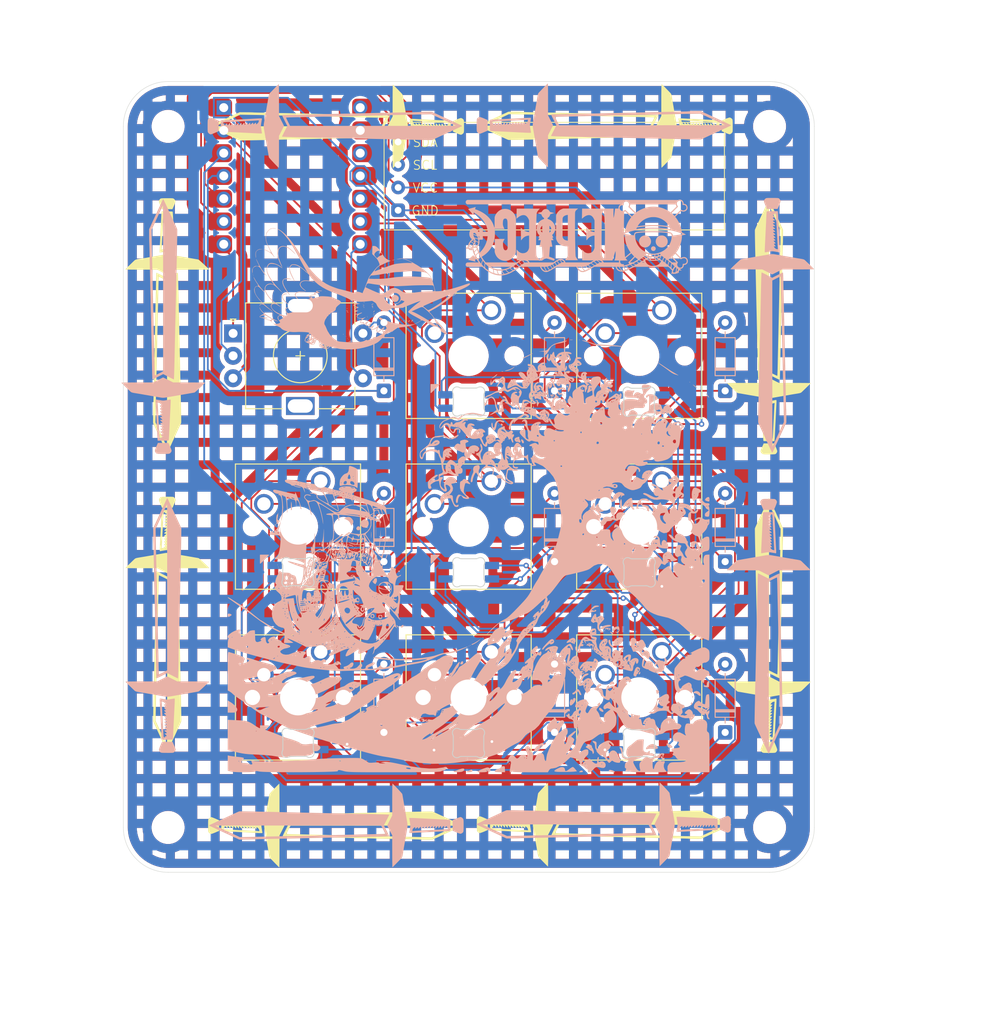
<source format=kicad_pcb>
(kicad_pcb (version 20241229) (generator "pcbnew") (generator_version "9.0")
  (layers (0 "F.Cu" signal) (2 "B.Cu" signal) (13 "F.Paste" user) (15 "B.Paste" user) (5 "F.SilkS" user "F.Silkscreen") (7 "B.SilkS" user "B.Silkscreen") (1 "F.Mask" user) (3 "B.Mask" user) (25 "Edge.Cuts" user))
  (net 0 "")
  (net 1 "EC11_S2")
  (net 2 "R1")
  (net 3 "Net-(D2-A)")
  (net 4 "Net-(D3-A)")
  (net 5 "R2")
  (net 6 "Net-(D5-A)")
  (net 7 "Net-(D6-A)")
  (net 8 "Net-(D7-A)")
  (net 9 "Net-(D9-A)")
  (net 10 "R3")
  (net 11 "Net-(D10-A)")
  (net 12 "Net-(D11-A)")
  (net 13 "Net-(D16-DOUT)")
  (net 14 "GND")
  (net 15 "+5V")
  (net 16 "LED")
  (net 17 "Net-(D17-DOUT)")
  (net 18 "Net-(D18-DOUT)")
  (net 19 "Net-(D19-DOUT)")
  (net 20 "Net-(D20-DOUT)")
  (net 21 "Net-(D21-DOUT)")
  (net 22 "Net-(D22-DOUT)")
  (net 24 "C1")
  (net 25 "EC11_A")
  (net 26 "EC11_B")
  (net 27 "C2")
  (net 28 "C3")
  (net 29 "Net-(SW10-Pad1)")
  (net 30 "SCL")
  (net 31 "SDA")
  (footprint "Custom_Imports:MX_SK6812MINI-E_REV" (layer "F.Cu") (at 141.8325 62.0325)
    (property "Reference" "D17" (hide yes))
    (property "Value" "WS2812B")
    (fp_line (start -1.699999 5.782842) (end -1.699999 4.377158) (stroke (width 0.1)) (layer "Edge.Cuts"))
    (fp_line (start -0.794452 3.58) (end 0.794452 3.58) (stroke (width 0.1)) (layer "Edge.Cuts"))
    (fp_line (start 0.794452 6.579999) (end -0.794453 6.579999) (stroke (width 0.1)) (layer "Edge.Cuts"))
    (fp_line (start 1.699999 4.377158) (end 1.699999 5.782842) (stroke (width 0.1)) (layer "Edge.Cuts"))
    (fp_arc (start -1.749484 4.16028) (mid -1.712527 4.265932) (end -1.699999 4.377158) (stroke (width 0.1)) (layer "Edge.Cuts"))
    (fp_arc (start -1.749484 4.160281) (mid -1.638072 3.575965) (end -1.046711 3.511701) (stroke (width 0.1)) (layer "Edge.Cuts"))
    (fp_arc (start -1.699999 5.782843) (mid -1.712527 5.894068) (end -1.749484 5.99972) (stroke (width 0.1)) (layer "Edge.Cuts"))
    (fp_arc (start -1.046711 6.648298) (mid -1.638071 6.584034) (end -1.749484 5.99972) (stroke (width 0.1)) (layer "Edge.Cuts"))
    (fp_arc (start -1.046711 6.648298) (mid -0.925123 6.597376) (end -0.794453 6.579999) (stroke (width 0.1)) (layer "Edge.Cuts"))
    (fp_arc (start -0.794452 3.58) (mid -0.925123 3.562623) (end -1.046711 3.511701) (stroke (width 0.1)) (layer "Edge.Cuts"))
    (fp_arc (start 0.794453 6.58) (mid 0.925123 6.597377) (end 1.046711 6.648299) (stroke (width 0.1)) (layer "Edge.Cuts"))
    (fp_arc (start 1.04671 3.511701) (mid 0.925122 3.562623) (end 0.794452 3.58) (stroke (width 0.1)) (layer "Edge.Cuts"))
    (fp_arc (start 1.046711 3.511703) (mid 1.63807 3.575966) (end 1.749484 4.16028) (stroke (width 0.1)) (layer "Edge.Cuts"))
    (fp_arc (start 1.699999 4.377157) (mid 1.712527 4.265932) (end 1.749484 4.16028) (stroke (width 0.1)) (layer "Edge.Cuts"))
    (fp_arc (start 1.749484 5.99972) (mid 1.638071 6.584035) (end 1.046711 6.648299) (stroke (width 0.1)) (layer "Edge.Cuts"))
    (fp_arc (start 1.749484 5.99972) (mid 1.712527 5.894068) (end 1.699999 5.782842) (stroke (width 0.1)) (layer "Edge.Cuts"))
  )
  (footprint "Button_Switch_Keyboard:SW_Cherry_MX_1.00u_PCB" (layer "F.Cu") (at 125.34 75.9675)
    (property "Reference" "SW7" (hide yes))
    (property "Value" "SW_Push")
  )
  (footprint "MountingHole:MountingHole_3.2mm_M3" (layer "F.Cu") (at 156.4 114.6)
    (property "Reference" "REF**" (hide yes))
    (property "Value" "MountingHole_3.2mm_M3")
  )
  (footprint "Custom_Imports:MX_SK6812MINI-E_REV" (layer "F.Cu") (at 141.8425 100.1125)
    (property "Reference" "D23" (hide yes))
    (property "Value" "WS2812B")
    (fp_line (start -1.699999 5.782842) (end -1.699999 4.377158) (stroke (width 0.1)) (layer "Edge.Cuts"))
    (fp_line (start -0.794452 3.58) (end 0.794452 3.58) (stroke (width 0.1)) (layer "Edge.Cuts"))
    (fp_line (start 0.794452 6.579999) (end -0.794453 6.579999) (stroke (width 0.1)) (layer "Edge.Cuts"))
    (fp_line (start 1.699999 4.377158) (end 1.699999 5.782842) (stroke (width 0.1)) (layer "Edge.Cuts"))
    (fp_arc (start -1.749484 4.16028) (mid -1.712527 4.265932) (end -1.699999 4.377158) (stroke (width 0.1)) (layer "Edge.Cuts"))
    (fp_arc (start -1.749484 4.160281) (mid -1.638072 3.575965) (end -1.046711 3.511701) (stroke (width 0.1)) (layer "Edge.Cuts"))
    (fp_arc (start -1.699999 5.782843) (mid -1.712527 5.894068) (end -1.749484 5.99972) (stroke (width 0.1)) (layer "Edge.Cuts"))
    (fp_arc (start -1.046711 6.648298) (mid -1.638071 6.584034) (end -1.749484 5.99972) (stroke (width 0.1)) (layer "Edge.Cuts"))
    (fp_arc (start -1.046711 6.648298) (mid -0.925123 6.597376) (end -0.794453 6.579999) (stroke (width 0.1)) (layer "Edge.Cuts"))
    (fp_arc (start -0.794452 3.58) (mid -0.925123 3.562623) (end -1.046711 3.511701) (stroke (width 0.1)) (layer "Edge.Cuts"))
    (fp_arc (start 0.794453 6.58) (mid 0.925123 6.597377) (end 1.046711 6.648299) (stroke (width 0.1)) (layer "Edge.Cuts"))
    (fp_arc (start 1.04671 3.511701) (mid 0.925122 3.562623) (end 0.794452 3.58) (stroke (width 0.1)) (layer "Edge.Cuts"))
    (fp_arc (start 1.046711 3.511703) (mid 1.63807 3.575966) (end 1.749484 4.16028) (stroke (width 0.1)) (layer "Edge.Cuts"))
    (fp_arc (start 1.699999 4.377157) (mid 1.712527 4.265932) (end 1.749484 4.16028) (stroke (width 0.1)) (layer "Edge.Cuts"))
    (fp_arc (start 1.749484 5.99972) (mid 1.638071 6.584035) (end 1.046711 6.648299) (stroke (width 0.1)) (layer "Edge.Cuts"))
    (fp_arc (start 1.749484 5.99972) (mid 1.712527 5.894068) (end 1.699999 5.782842) (stroke (width 0.1)) (layer "Edge.Cuts"))
  )
  (footprint "Rotary_Encoder:RotaryEncoder_Alps_EC11E-Switch_Vertical_H20mm" (layer "F.Cu") (at 96.505 59.4925)
    (property "Reference" "SW2" (hide yes))
    (property "Value" "RotaryEncoder_Switch")
  )
  (footprint "MountingHole:MountingHole_3.2mm_M3" (layer "F.Cu") (at 89.25 36.4)
    (property "Reference" "REF**" (hide yes))
    (property "Value" "MountingHole_3.2mm_M3")
  )
  (footprint "Custom_Imports:MX_SK6812MINI-E_REV" (layer "F.Cu") (at 103.75 81.04)
    (property "Reference" "D20" (hide yes))
    (property "Value" "WS2812B")
    (fp_line (start -1.699999 5.782842) (end -1.699999 4.377158) (stroke (width 0.1)) (layer "Edge.Cuts"))
    (fp_line (start -0.794452 3.58) (end 0.794452 3.58) (stroke (width 0.1)) (layer "Edge.Cuts"))
    (fp_line (start 0.794452 6.579999) (end -0.794453 6.579999) (stroke (width 0.1)) (layer "Edge.Cuts"))
    (fp_line (start 1.699999 4.377158) (end 1.699999 5.782842) (stroke (width 0.1)) (layer "Edge.Cuts"))
    (fp_arc (start -1.749484 4.16028) (mid -1.712527 4.265932) (end -1.699999 4.377158) (stroke (width 0.1)) (layer "Edge.Cuts"))
    (fp_arc (start -1.749484 4.160281) (mid -1.638072 3.575965) (end -1.046711 3.511701) (stroke (width 0.1)) (layer "Edge.Cuts"))
    (fp_arc (start -1.699999 5.782843) (mid -1.712527 5.894068) (end -1.749484 5.99972) (stroke (width 0.1)) (layer "Edge.Cuts"))
    (fp_arc (start -1.046711 6.648298) (mid -1.638071 6.584034) (end -1.749484 5.99972) (stroke (width 0.1)) (layer "Edge.Cuts"))
    (fp_arc (start -1.046711 6.648298) (mid -0.925123 6.597376) (end -0.794453 6.579999) (stroke (width 0.1)) (layer "Edge.Cuts"))
    (fp_arc (start -0.794452 3.58) (mid -0.925123 3.562623) (end -1.046711 3.511701) (stroke (width 0.1)) (layer "Edge.Cuts"))
    (fp_arc (start 0.794453 6.58) (mid 0.925123 6.597377) (end 1.046711 6.648299) (stroke (width 0.1)) (layer "Edge.Cuts"))
    (fp_arc (start 1.04671 3.511701) (mid 0.925122 3.562623) (end 0.794452 3.58) (stroke (width 0.1)) (layer "Edge.Cuts"))
    (fp_arc (start 1.046711 3.511703) (mid 1.63807 3.575966) (end 1.749484 4.16028) (stroke (width 0.1)) (layer "Edge.Cuts"))
    (fp_arc (start 1.699999 4.377157) (mid 1.712527 4.265932) (end 1.749484 4.16028) (stroke (width 0.1)) (layer "Edge.Cuts"))
    (fp_arc (start 1.749484 5.99972) (mid 1.638071 6.584035) (end 1.046711 6.648299) (stroke (width 0.1)) (layer "Edge.Cuts"))
    (fp_arc (start 1.749484 5.99972) (mid 1.712527 5.894068) (end 1.699999 5.782842) (stroke (width 0.1)) (layer "Edge.Cuts"))
  )
  (footprint "Button_Switch_Keyboard:SW_Cherry_MX_1.00u_PCB" (layer "F.Cu") (at 125.34 95.0175)
    (property "Reference" "SW11" (hide yes))
    (property "Value" "SW_Push")
  )
  (footprint "Button_Switch_Keyboard:SW_Cherry_MX_1.00u_PCB" (layer "F.Cu") (at 144.39 95.0175)
    (property "Reference" "SW12" (hide yes))
    (property "Value" "SW_Push")
  )
  (footprint "LOGO" (layer "F.Cu") (at 138 114.093047 90)
    (property "Reference" "G***" (hide yes))
    (property "Value" "LOGO" (hide yes))
  )
  (footprint "LOGO" (layer "F.Cu") (at 89.355098 92)
    (property "Reference" "G***" (hide yes))
    (property "Value" "LOGO" (hide yes))
  )
  (footprint "Button_Switch_Keyboard:SW_Cherry_MX_1.00u_PCB" (layer "F.Cu") (at 106.29 75.9675)
    (property "Reference" "SW6" (hide yes))
    (property "Value" "SW_Push")
  )
  (footprint "Custom_Imports:MX_SK6812MINI-E_REV" (layer "F.Cu") (at 103.76 100.08)
    (property "Reference" "D21" (hide yes))
    (property "Value" "WS2812B")
    (fp_line (start -1.699999 5.782842) (end -1.699999 4.377158) (stroke (width 0.1)) (layer "Edge.Cuts"))
    (fp_line (start -0.794452 3.58) (end 0.794452 3.58) (stroke (width 0.1)) (layer "Edge.Cuts"))
    (fp_line (start 0.794452 6.579999) (end -0.794453 6.579999) (stroke (width 0.1)) (layer "Edge.Cuts"))
    (fp_line (start 1.699999 4.377158) (end 1.699999 5.782842) (stroke (width 0.1)) (layer "Edge.Cuts"))
    (fp_arc (start -1.749484 4.16028) (mid -1.712527 4.265932) (end -1.699999 4.377158) (stroke (width 0.1)) (layer "Edge.Cuts"))
    (fp_arc (start -1.749484 4.160281) (mid -1.638072 3.575965) (end -1.046711 3.511701) (stroke (width 0.1)) (layer "Edge.Cuts"))
    (fp_arc (start -1.699999 5.782843) (mid -1.712527 5.894068) (end -1.749484 5.99972) (stroke (width 0.1)) (layer "Edge.Cuts"))
    (fp_arc (start -1.046711 6.648298) (mid -1.638071 6.584034) (end -1.749484 5.99972) (stroke (width 0.1)) (layer "Edge.Cuts"))
    (fp_arc (start -1.046711 6.648298) (mid -0.925123 6.597376) (end -0.794453 6.579999) (stroke (width 0.1)) (layer "Edge.Cuts"))
    (fp_arc (start -0.794452 3.58) (mid -0.925123 3.562623) (end -1.046711 3.511701) (stroke (width 0.1)) (layer "Edge.Cuts"))
    (fp_arc (start 0.794453 6.58) (mid 0.925123 6.597377) (end 1.046711 6.648299) (stroke (width 0.1)) (layer "Edge.Cuts"))
    (fp_arc (start 1.04671 3.511701) (mid 0.925122 3.562623) (end 0.794452 3.58) (stroke (width 0.1)) (layer "Edge.Cuts"))
    (fp_arc (start 1.046711 3.511703) (mid 1.63807 3.575966) (end 1.749484 4.16028) (stroke (width 0.1)) (layer "Edge.Cuts"))
    (fp_arc (start 1.699999 4.377157) (mid 1.712527 4.265932) (end 1.749484 4.16028) (stroke (width 0.1)) (layer "Edge.Cuts"))
    (fp_arc (start 1.749484 5.99972) (mid 1.638071 6.584035) (end 1.046711 6.648299) (stroke (width 0.1)) (layer "Edge.Cuts"))
    (fp_arc (start 1.749484 5.99972) (mid 1.712527 5.894068) (end 1.699999 5.782842) (stroke (width 0.1)) (layer "Edge.Cuts"))
  )
  (footprint "LOGO" (layer "F.Cu") (at 108 114.187877 90)
    (property "Reference" "G***" (hide yes))
    (property "Value" "LOGO" (hide yes))
  )
  (footprint "Custom_Imports:MX_SK6812MINI-E_REV" (layer "F.Cu") (at 122.8 62.01)
    (property "Reference" "D16" (hide yes))
    (property "Value" "WS2812B")
    (fp_line (start -1.699999 5.782842) (end -1.699999 4.377158) (stroke (width 0.1)) (layer "Edge.Cuts"))
    (fp_line (start -0.794452 3.58) (end 0.794452 3.58) (stroke (width 0.1)) (layer "Edge.Cuts"))
    (fp_line (start 0.794452 6.579999) (end -0.794453 6.579999) (stroke (width 0.1)) (layer "Edge.Cuts"))
    (fp_line (start 1.699999 4.377158) (end 1.699999 5.782842) (stroke (width 0.1)) (layer "Edge.Cuts"))
    (fp_arc (start -1.749484 4.16028) (mid -1.712527 4.265932) (end -1.699999 4.377158) (stroke (width 0.1)) (layer "Edge.Cuts"))
    (fp_arc (start -1.749484 4.160281) (mid -1.638072 3.575965) (end -1.046711 3.511701) (stroke (width 0.1)) (layer "Edge.Cuts"))
    (fp_arc (start -1.699999 5.782843) (mid -1.712527 5.894068) (end -1.749484 5.99972) (stroke (width 0.1)) (layer "Edge.Cuts"))
    (fp_arc (start -1.046711 6.648298) (mid -1.638071 6.584034) (end -1.749484 5.99972) (stroke (width 0.1)) (layer "Edge.Cuts"))
    (fp_arc (start -1.046711 6.648298) (mid -0.925123 6.597376) (end -0.794453 6.579999) (stroke (width 0.1)) (layer "Edge.Cuts"))
    (fp_arc (start -0.794452 3.58) (mid -0.925123 3.562623) (end -1.046711 3.511701) (stroke (width 0.1)) (layer "Edge.Cuts"))
    (fp_arc (start 0.794453 6.58) (mid 0.925123 6.597377) (end 1.046711 6.648299) (stroke (width 0.1)) (layer "Edge.Cuts"))
    (fp_arc (start 1.04671 3.511701) (mid 0.925122 3.562623) (end 0.794452 3.58) (stroke (width 0.1)) (layer "Edge.Cuts"))
    (fp_arc (start 1.046711 3.511703) (mid 1.63807 3.575966) (end 1.749484 4.16028) (stroke (width 0.1)) (layer "Edge.Cuts"))
    (fp_arc (start 1.699999 4.377157) (mid 1.712527 4.265932) (end 1.749484 4.16028) (stroke (width 0.1)) (layer "Edge.Cuts"))
    (fp_arc (start 1.749484 5.99972) (mid 1.638071 6.584035) (end 1.046711 6.648299) (stroke (width 0.1)) (layer "Edge.Cuts"))
    (fp_arc (start 1.749484 5.99972) (mid 1.712527 5.894068) (end 1.699999 5.782842) (stroke (width 0.1)) (layer "Edge.Cuts"))
  )
  (footprint "LOGO" (layer "F.Cu") (at 156.13483 92 180)
    (property "Reference" "G***" (hide yes))
    (property "Value" "LOGO" (hide yes))
  )
  (footprint "PhilsFootprintLibrary:Module_OLED_091" (layer "F.Cu") (at 132.36 41.95)
    (property "Reference" "U2" (hide yes))
    (property "Value" "Adafruit_SSD1306")
  )
  (footprint "Button_Switch_Keyboard:SW_Cherry_MX_1.00u_PCB" (layer "F.Cu") (at 144.39 75.9675)
    (property "Reference" "SW8" (hide yes))
    (property "Value" "SW_Push")
  )
  (footprint "Button_Switch_Keyboard:SW_Cherry_MX_1.00u_PCB" (layer "F.Cu") (at 106.29 95.0175)
    (property "Reference" "SW10" (hide yes))
    (property "Value" "SW_Push")
  )
  (footprint "LOGO" (layer "F.Cu") (at 138 36.543047 -90)
    (property "Reference" "G***" (hide yes))
    (property "Value" "LOGO" (hide yes))
  )
  (footprint "ScottoKeebs_MCU.pretty:Seeed_XIAO_RP2040" (layer "F.Cu") (at 103.08 41.93)
    (property "Reference" "U1" (hide yes))
    (property "Value" "XIAO-RP2040-DIP")
  )
  (footprint "LOGO" (layer "F.Cu") (at 156.13483 58.7 180)
    (property "Reference" "G***" (hide yes))
    (property "Value" "LOGO" (hide yes))
  )
  (footprint "MountingHole:MountingHole_3.2mm_M3" (layer "F.Cu") (at 156.4 36.4)
    (property "Reference" "REF**" (hide yes))
    (property "Value" "MountingHole_3.2mm_M3")
  )
  (footprint "Custom_Imports:MX_SK6812MINI-E_REV" (layer "F.Cu") (at 122.79 100.1)
    (property "Reference" "D22" (hide yes))
    (property "Value" "WS2812B")
    (fp_line (start -1.699999 5.782842) (end -1.699999 4.377158) (stroke (width 0.1)) (layer "Edge.Cuts"))
    (fp_line (start -0.794452 3.58) (end 0.794452 3.58) (stroke (width 0.1)) (layer "Edge.Cuts"))
    (fp_line (start 0.794452 6.579999) (end -0.794453 6.579999) (stroke (width 0.1)) (layer "Edge.Cuts"))
    (fp_line (start 1.699999 4.377158) (end 1.699999 5.782842) (stroke (width 0.1)) (layer "Edge.Cuts"))
    (fp_arc (start -1.749484 4.16028) (mid -1.712527 4.265932) (end -1.699999 4.377158) (stroke (width 0.1)) (layer "Edge.Cuts"))
    (fp_arc (start -1.749484 4.160281) (mid -1.638072 3.575965) (end -1.046711 3.511701) (stroke (width 0.1)) (layer "Edge.Cuts"))
    (fp_arc (start -1.699999 5.782843) (mid -1.712527 5.894068) (end -1.749484 5.99972) (stroke (width 0.1)) (layer "Edge.Cuts"))
    (fp_arc (start -1.046711 6.648298) (mid -1.638071 6.584034) (end -1.749484 5.99972) (stroke (width 0.1)) (layer "Edge.Cuts"))
    (fp_arc (start -1.046711 6.648298) (mid -0.925123 6.597376) (end -0.794453 6.579999) (stroke (width 0.1)) (layer "Edge.Cuts"))
    (fp_arc (start -0.794452 3.58) (mid -0.925123 3.562623) (end -1.046711 3.511701) (stroke (width 0.1)) (layer "Edge.Cuts"))
    (fp_arc (start 0.794453 6.58) (mid 0.925123 6.597377) (end 1.046711 6.648299) (stroke (width 0.1)) (layer "Edge.Cuts"))
    (fp_arc (start 1.04671 3.511701) (mid 0.925122 3.562623) (end 0.794452 3.58) (stroke (width 0.1)) (layer "Edge.Cuts"))
    (fp_arc (start 1.046711 3.511703) (mid 1.63807 3.575966) (end 1.749484 4.16028) (stroke (width 0.1)) (layer "Edge.Cuts"))
    (fp_arc (start 1.699999 4.377157) (mid 1.712527 4.265932) (end 1.749484 4.16028) (stroke (width 0.1)) (layer "Edge.Cuts"))
    (fp_arc (start 1.749484 5.99972) (mid 1.638071 6.584035) (end 1.046711 6.648299) (stroke (width 0.1)) (layer "Edge.Cuts"))
    (fp_arc (start 1.749484 5.99972) (mid 1.712527 5.894068) (end 1.699999 5.782842) (stroke (width 0.1)) (layer "Edge.Cuts"))
  )
  (footprint "MountingHole:MountingHole_3.2mm_M3" (layer "F.Cu") (at 89.25 114.6)
    (property "Reference" "REF**" (hide yes))
    (property "Value" "MountingHole_3.2mm_M3")
  )
  (footprint "Custom_Imports:MX_SK6812MINI-E_REV" (layer "F.Cu") (at 122.81 81.05)
    (property "Reference" "D19" (hide yes))
    (property "Value" "WS2812B")
    (fp_line (start -1.699999 5.782842) (end -1.699999 4.377158) (stroke (width 0.1)) (layer "Edge.Cuts"))
    (fp_line (start -0.794452 3.58) (end 0.794452 3.58) (stroke (width 0.1)) (layer "Edge.Cuts"))
    (fp_line (start 0.794452 6.579999) (end -0.794453 6.579999) (stroke (width 0.1)) (layer "Edge.Cuts"))
    (fp_line (start 1.699999 4.377158) (end 1.699999 5.782842) (stroke (width 0.1)) (layer "Edge.Cuts"))
    (fp_arc (start -1.749484 4.16028) (mid -1.712527 4.265932) (end -1.699999 4.377158) (stroke (width 0.1)) (layer "Edge.Cuts"))
    (fp_arc (start -1.749484 4.160281) (mid -1.638072 3.575965) (end -1.046711 3.511701) (stroke (width 0.1)) (layer "Edge.Cuts"))
    (fp_arc (start -1.699999 5.782843) (mid -1.712527 5.894068) (end -1.749484 5.99972) (stroke (width 0.1)) (layer "Edge.Cuts"))
    (fp_arc (start -1.046711 6.648298) (mid -1.638071 6.584034) (end -1.749484 5.99972) (stroke (width 0.1)) (layer "Edge.Cuts"))
    (fp_arc (start -1.046711 6.648298) (mid -0.925123 6.597376) (end -0.794453 6.579999) (stroke (width 0.1)) (layer "Edge.Cuts"))
    (fp_arc (start -0.794452 3.58) (mid -0.925123 3.562623) (end -1.046711 3.511701) (stroke (width 0.1)) (layer "Edge.Cuts"))
    (fp_arc (start 0.794453 6.58) (mid 0.925123 6.597377) (end 1.046711 6.648299) (stroke (width 0.1)) (layer "Edge.Cuts"))
    (fp_arc (start 1.04671 3.511701) (mid 0.925122 3.562623) (end 0.794452 3.58) (stroke (width 0.1)) (layer "Edge.Cuts"))
    (fp_arc (start 1.046711 3.511703) (mid 1.63807 3.575966) (end 1.749484 4.16028) (stroke (width 0.1)) (layer "Edge.Cuts"))
    (fp_arc (start 1.699999 4.377157) (mid 1.712527 4.265932) (end 1.749484 4.16028) (stroke (width 0.1)) (layer "Edge.Cuts"))
    (fp_arc (start 1.749484 5.99972) (mid 1.638071 6.584035) (end 1.046711 6.648299) (stroke (width 0.1)) (layer "Edge.Cuts"))
    (fp_arc (start 1.749484 5.99972) (mid 1.712527 5.894068) (end 1.699999 5.782842) (stroke (width 0.1)) (layer "Edge.Cuts"))
  )
  (footprint "Button_Switch_Keyboard:SW_Cherry_MX_1.00u_PCB" (layer "F.Cu") (at 125.34 56.9175)
    (property "Reference" "SW3" (hide yes))
    (property "Value" "SW_Push")
  )
  (footprint "Custom_Imports:MX_SK6812MINI-E_REV" (layer "F.Cu") (at 141.85 81.06)
    (property "Reference" "D18" (hide yes))
    (property "Value" "WS2812B")
    (fp_line (start -1.699999 5.782842) (end -1.699999 4.377158) (stroke (width 0.1)) (layer "Edge.Cuts"))
    (fp_line (start -0.794452 3.58) (end 0.794452 3.58) (stroke (width 0.1)) (layer "Edge.Cuts"))
    (fp_line (start 0.794452 6.579999) (end -0.794453 6.579999) (stroke (width 0.1)) (layer "Edge.Cuts"))
    (fp_line (start 1.699999 4.377158) (end 1.699999 5.782842) (stroke (width 0.1)) (layer "Edge.Cuts"))
    (fp_arc (start -1.749484 4.16028) (mid -1.712527 4.265932) (end -1.699999 4.377158) (stroke (width 0.1)) (layer "Edge.Cuts"))
    (fp_arc (start -1.749484 4.160281) (mid -1.638072 3.575965) (end -1.046711 3.511701) (stroke (width 0.1)) (layer "Edge.Cuts"))
    (fp_arc (start -1.699999 5.782843) (mid -1.712527 5.894068) (end -1.749484 5.99972) (stroke (width 0.1)) (layer "Edge.Cuts"))
    (fp_arc (start -1.046711 6.648298) (mid -1.638071 6.584034) (end -1.749484 5.99972) (stroke (width 0.1)) (layer "Edge.Cuts"))
    (fp_arc (start -1.046711 6.648298) (mid -0.925123 6.597376) (end -0.794453 6.579999) (stroke (width 0.1)) (layer "Edge.Cuts"))
    (fp_arc (start -0.794452 3.58) (mid -0.925123 3.562623) (end -1.046711 3.511701) (stroke (width 0.1)) (layer "Edge.Cuts"))
    (fp_arc (start 0.794453 6.58) (mid 0.925123 6.597377) (end 1.046711 6.648299) (stroke (width 0.1)) (layer "Edge.Cuts"))
    (fp_arc (start 1.04671 3.511701) (mid 0.925122 3.562623) (end 0.794452 3.58) (stroke (width 0.1)) (layer "Edge.Cuts"))
    (fp_arc (start 1.046711 3.511703) (mid 1.63807 3.575966) (end 1.749484 4.16028) (stroke (width 0.1)) (layer "Edge.Cuts"))
    (fp_arc (start 1.699999 4.377157) (mid 1.712527 4.265932) (end 1.749484 4.16028) (stroke (width 0.1)) (layer "Edge.Cuts"))
    (fp_arc (start 1.749484 5.99972) (mid 1.638071 6.584035) (end 1.046711 6.648299) (stroke (width 0.1)) (layer "Edge.Cuts"))
    (fp_arc (start 1.749484 5.99972) (mid 1.712527 5.894068) (end 1.699999 5.782842) (stroke (width 0.1)) (layer "Edge.Cuts"))
  )
  (footprint "Button_Switch_Keyboard:SW_Cherry_MX_1.00u_PCB" (layer "F.Cu") (at 144.39 56.9175)
    (property "Reference" "SW4" (hide yes))
    (property "Value" "SW_Push")
  )
  (footprint "LOGO" (layer "F.Cu") (at 108 36.598218 -90)
    (property "Reference" "G***" (hide yes))
    (property "Value" "LOGO" (hide yes))
  )
  (footprint "LOGO" (layer "F.Cu") (at 89.340269 58.7)
    (property "Reference" "G***" (hide yes))
    (property "Value" "LOGO" (hide yes))
  )
  (footprint "Diode_THT:D_DO-35_SOD27_P7.62mm_Horizontal" (layer "B.Cu") (at 113.3425 65.89625 90)
    (property "Reference" "D1" (hide yes))
    (property "Value" "D")
  )
  (footprint "Diode_THT:D_DO-35_SOD27_P7.62mm_Horizontal" (layer "B.Cu") (at 151.4425 103.99625 90)
    (property "Reference" "D11" (hide yes))
    (property "Value" "D")
  )
  (footprint "Diode_THT:D_DO-35_SOD27_P7.62mm_Horizontal" (layer "B.Cu") (at 132.3925 65.89625 90)
    (property "Reference" "D2" (hide yes))
    (property "Value" "D")
  )
  (footprint "Diode_THT:D_DO-35_SOD27_P7.62mm_Horizontal" (layer "B.Cu") (at 132.3925 103.99625 90)
    (property "Reference" "D10" (hide yes))
    (property "Value" "D")
  )
  (footprint "LOGO" (layer "B.Cu") (at 110.675098 54.733047 180)
    (property "Reference" "G***" (hide yes))
    (property "Value" "LOGO" (hide yes))
  )
  (footprint "LOGO" (layer "B.Cu") (at 134.865 48.823047 180)
    (property "Reference" "G***" (hide yes))
    (property "Value" "LOGO" (hide yes))
  )
  (footprint "LOGO" (layer "B.Cu") (at 89.355098 91.993047)
    (property "Reference" "G***" (hide yes))
    (property "Value" "LOGO" (hide yes))
  )
  (footprint "Diode_THT:D_DO-35_SOD27_P7.62mm_Horizontal" (layer "B.Cu") (at 113.3425 103.99625 90)
    (property "Reference" "D9" (hide yes))
    (property "Value" "D")
  )
  (footprint "Diode_THT:D_DO-35_SOD27_P7.62mm_Horizontal" (layer "B.Cu") (at 113.3425 84.94625 90)
    (property "Reference" "D5" (hide yes))
    (property "Value" "D")
  )
  (footprint "LOGO" (layer "B.Cu") (at 122.8 84.313047 180)
    (property "Reference" "G***" (hide yes))
    (property "Value" "LOGO" (hide yes))
  )
  (footprint "Diode_THT:D_DO-35_SOD27_P7.62mm_Horizontal" (layer "B.Cu") (at 151.4425 65.89625 90)
    (property "Reference" "D3" (hide yes))
    (property "Value" "D")
  )
  (footprint "LOGO" (layer "B.Cu") (at 156.500268 58.670316 180)
    (property "Reference" "G***" (hide yes))
    (property "Value" "LOGO" (hide yes))
  )
  (footprint "Diode_THT:D_DO-35_SOD27_P7.62mm_Horizontal" (layer "B.Cu") (at 151.4425 84.94625 90)
    (property "Reference" "D7" (hide yes))
    (property "Value" "D")
  )
  (footprint "Diode_THT:D_DO-35_SOD27_P7.62mm_Horizontal" (layer "B.Cu") (at 132.3925 84.94625 90)
    (property "Reference" "D6" (hide yes))
    (property "Value" "D")
  )
  (footprint "LOGO" (layer "B.Cu") (at 137.985098 36.483047 -90)
    (property "Reference" "G***" (hide yes))
    (property "Value" "LOGO" (hide yes))
  )
  (footprint "LOGO" (layer "B.Cu") (at 156.099928 92.235778 180)
    (property "Reference" "G***" (hide yes))
    (property "Value" "LOGO" (hide yes))
  )
  (footprint "LOGO" (layer "B.Cu") (at 88.899927 58.645779)
    (property "Reference" "G***" (hide yes))
    (property "Value" "LOGO" (hide yes))
  )
  (footprint "LOGO" (layer "B.Cu") (at 107.955098 114.173047 90)
    (property "Reference" "G***" (hide yes))
    (property "Value" "LOGO" (hide yes))
  )
  (footprint "LOGO" (layer "B.Cu") (at 137.792366 114.047877 90)
    (property "Reference" "G***" (hide yes))
    (property "Value" "LOGO" (hide yes))
  )
  (footprint "LOGO" (layer "B.Cu") (at 107.945098 36.553047 -90)
    (property "Reference" "G***" (hide yes))
    (property "Value" "LOGO" (hide yes))
  )
  (gr_arc (start 161.4 114.6) (mid 159.935534 118.135534) (end 156.4 119.6) (stroke (width 0.05)) (layer "Edge.Cuts"))
  (gr_line (start 89.25 31.4) (end 156.4 31.4) (stroke (width 0.05)) (layer "Edge.Cuts"))
  (gr_arc (start 156.4 31.4) (mid 159.935534 32.864466) (end 161.4 36.4) (stroke (width 0.05)) (layer "Edge.Cuts"))
  (gr_line (start 84.25 114.6) (end 84.25 36.4) (stroke (width 0.05)) (layer "Edge.Cuts"))
  (gr_line (start 161.4 36.4) (end 161.4 114.6) (stroke (width 0.05)) (layer "Edge.Cuts"))
  (gr_arc (start 89.25 119.6) (mid 85.714466 118.135534) (end 84.25 114.6) (stroke (width 0.05)) (layer "Edge.Cuts"))
  (gr_line (start 156.4 119.6) (end 89.25 119.6) (stroke (width 0.05)) (layer "Edge.Cuts"))
  (gr_arc (start 84.25 36.4) (mid 85.714466 32.864466) (end 89.25 31.4) (stroke (width 0.05)) (layer "Edge.Cuts"))
  (segment (start 112.22125 58.27625) (end 113.3425 58.27625) (width 0.2) (layer "B.Cu") (net 1))
  (segment (start 111.005 59.4925) (end 112.22125 58.27625) (width 0.2) (layer "B.Cu") (net 1))
  (segment (start 114.8445 95.7541) (end 124.095286 95.7541) (width 0.2) (layer "F.Cu") (net 2))
  (segment (start 114.8445 101.024557) (end 114.8445 95.7541) (width 0.2) (layer "F.Cu") (net 2))
  (segment (start 149.2604 73.02) (end 139.51625 73.02) (width 0.2) (layer "F.Cu") (net 2))
  (segment (start 119.541 106.218943) (end 119.541 105.721057) (width 0.2) (layer "F.Cu") (net 2))
  (segment (start 147.04375 65.89625) (end 143.24 69.7) (width 0.2) (layer "F.Cu") (net 2))
  (segment (start 134.01625 65.89625) (end 132.3925 65.89625) (width 0.2) (layer "F.Cu") (net 2))
  (segment (start 113.3425 65.89625) (end 110.002836 65.89625) (width 0.2) (layer "F.Cu") (net 2))
  (segment (start 144.970314 96.4185) (end 152.9445 88.444314) (width 0.2) (layer "F.Cu") (net 2))
  (segment (start 119.188943 106.571) (end 119.541 106.218943) (width 0.2) (layer "F.Cu") (net 2))
  (segment (start 152.9445 76.7041) (end 149.2604 73.02) (width 0.2) (layer "F.Cu") (net 2))
  (segment (start 124.759686 96.4185) (end 125.920314 96.4185) (width 0.2) (layer "F.Cu") (net 2))
  (segment (start 97.469 78.430086) (end 97.469 97.141316) (width 0.2) (layer "F.Cu") (net 2))
  (segment (start 105.525587 102.4485) (end 109.648087 106.571) (width 0.2) (layer "F.Cu") (net 2))
  (segment (start 127.901628 94.437186) (end 141.828372 94.437186) (width 0.2) (layer "F.Cu") (net 2))
  (segment (start 97.469 97.141316) (end 102.776184 102.4485) (width 0.2) (layer "F.Cu") (net 2))
  (segment (start 152.9445 88.444314) (end 152.9445 76.7041) (width 0.2) (layer "F.Cu") (net 2))
  (segment (start 124.095286 95.7541) (end 124.759686 96.4185) (width 0.2) (layer "F.Cu") (net 2))
  (segment (start 119.541 105.721057) (end 114.8445 101.024557) (width 0.2) (layer "F.Cu") (net 2))
  (segment (start 141.828372 94.437186) (end 143.809686 96.4185) (width 0.2) (layer "F.Cu") (net 2))
  (segment (start 143.24 69.7) (end 137.82 69.7) (width 0.2) (layer "F.Cu") (net 2))
  (segment (start 110.002836 65.89625) (end 97.469 78.430086) (width 0.2) (layer "F.Cu") (net 2))
  (segment (start 143.809686 96.4185) (end 144.970314 96.4185) (width 0.2) (layer "F.Cu") (net 2))
  (segment (start 151.4425 65.89625) (end 147.04375 65.89625) (width 0.2) (layer "F.Cu") (net 2))
  (segment (start 139.51625 73.02) (end 132.3925 65.89625) (width 0.2) (layer "F.Cu") (net 2))
  (segment (start 137.82 69.7) (end 134.01625 65.89625) (width 0.2) (layer "F.Cu") (net 2))
  (segment (start 109.648087 106.571) (end 119.188943 106.571) (width 0.2) (layer "F.Cu") (net 2))
  (segment (start 125.920314 96.4185) (end 127.901628 94.437186) (width 0.2) (layer "F.Cu") (net 2))
  (segment (start 102.776184 102.4485) (end 105.525587 102.4485) (width 0.2) (layer "F.Cu") (net 2))
  (segment (start 94.18 41.93) (end 95.46 41.93) (width 0.2) (layer "B.Cu") (net 2))
  (segment (start 96.068858 65.89625) (end 93.68 63.507392) (width 0.2) (layer "B.Cu") (net 2))
  (segment (start 93.68 63.507392) (end 93.68 42.43) (width 0.2) (layer "B.Cu") (net 2))
  (segment (start 113.3425 65.89625) (end 96.068858 65.89625) (width 0.2) (layer "B.Cu") (net 2))
  (segment (start 93.68 42.43) (end 94.18 41.93) (width 0.2) (layer "B.Cu") (net 2))
  (segment (start 131.21125 59.4575) (end 118.99 59.4575) (width 0.2) (layer "F.Cu") (net 3))
  (segment (start 132.3925 58.27625) (end 131.21125 59.4575) (width 0.2) (layer "F.Cu") (net 3))
  (segment (start 150.26125 59.4575) (end 138.04 59.4575) (width 0.2) (layer "F.Cu") (net 4))
  (segment (start 151.4425 58.27625) (end 150.26125 59.4575) (width 0.2) (layer "F.Cu") (net 4))
  (segment (start 114.85875 83.43) (end 130.87625 83.43) (width 0.2) (layer "F.Cu") (net 5))
  (segment (start 149.89475 83.3985) (end 133.94025 83.3985) (width 0.2) (layer "F.Cu") (net 5))
  (segment (start 113.3425 84.94625) (end 114.85875 83.43) (width 0.2) (layer "F.Cu") (net 5))
  (segment (start 151.4425 84.94625) (end 149.89475 83.3985) (width 0.2) (layer "F.Cu") (net 5))
  (segment (start 133.94025 83.3985) (end 132.3925 84.94625) (width 0.2) (layer "F.Cu") (net 5))
  (segment (start 130.87625 83.43) (end 132.3925 84.94625) (width 0.2) (layer "F.Cu") (net 5))
  (segment (start 111.79475 83.3985) (end 102.71947 83.3985) (width 0.2) (layer "B.Cu") (net 5))
  (segment (start 102.71947 83.3985) (end 93.279 73.95803) (width 0.2) (layer "B.Cu") (net 5))
  (segment (start 93.279 41.571) (end 95.46 39.39) (width 0.2) (layer "B.Cu") (net 5))
  (segment (start 113.3425 84.94625) (end 111.79475 83.3985) (width 0.2) (layer "B.Cu") (net 5))
  (segment (start 93.279 73.95803) (end 93.279 41.571) (width 0.2) (layer "B.Cu") (net 5))
  (segment (start 112.16125 78.5075) (end 113.3425 77.32625) (width 0.2) (layer "F.Cu") (net 6))
  (segment (start 99.94 78.5075) (end 112.16125 78.5075) (width 0.2) (layer "F.Cu") (net 6))
  (segment (start 131.21125 78.5075) (end 132.3925 77.32625) (width 0.2) (layer "F.Cu") (net 7))
  (segment (start 118.99 78.5075) (end 131.21125 78.5075) (width 0.2) (layer "F.Cu") (net 7))
  (segment (start 150.26125 78.5075) (end 151.4425 77.32625) (width 0.2) (layer "F.Cu") (net 8))
  (segment (start 138.04 78.5075) (end 150.26125 78.5075) (width 0.2) (layer "F.Cu") (net 8))
  (segment (start 99.94 97.5575) (end 112.16125 97.5575) (width 0.2) (layer "F.Cu") (net 9))
  (segment (start 112.16125 97.5575) (end 113.3425 96.37625) (width 0.2) (layer "F.Cu") (net 9))
  (segment (start 114.4435 55.8335) (end 114.4435 77.7823) (width 0.2) (layer "F.Cu") (net 10))
  (segment (start 111.8405 93.3172) (end 114.4435 95.9202) (width 0.2) (layer "F.Cu") (net 10))
  (segment (start 114.4435 102.89525) (end 113.3425 103.99625) (width 0.2) (layer "F.Cu") (net 10))
  (segment (start 114.4435 77.7823) (end 111.8405 80.3853) (width 0.2) (layer "F.Cu") (net 10))
  (segment (start 95.46 36.85) (end 114.4435 55.8335) (width 0.2) (layer "F.Cu") (net 10))
  (segment (start 111.8405 80.3853) (end 111.8405 93.3172) (width 0.2) (layer "F.Cu") (net 10))
  (segment (start 114.4435 95.9202) (end 114.4435 102.89525) (width 0.2) (layer "F.Cu") (net 10))
  (segment (start 113.3425 103.99625) (end 117.52625 108.18) (width 0.2) (layer "B.Cu") (net 10))
  (segment (start 132.3925 103.99625) (end 137.32625 108.93) (width 0.2) (layer "B.Cu") (net 10))
  (segment (start 112.74625 103.99625) (end 112.68 103.93) (width 0.2) (layer "B.Cu") (net 10))
  (segment (start 128.20875 108.18) (end 132.3925 103.99625) (width 0.2) (layer "B.Cu") (net 10))
  (segment (start 146.50875 108.93) (end 151.4425 103.99625) (width 0.2) (layer "B.Cu") (net 10))
  (segment (start 137.32625 108.93) (end 146.50875 108.93) (width 0.2) (layer "B.Cu") (net 10))
  (segment (start 117.52625 108.18) (end 128.20875 108.18) (width 0.2) (layer "B.Cu") (net 10))
  (segment (start 113.3425 103.99625) (end 112.74625 103.99625) (width 0.2) (layer "B.Cu") (net 10))
  (segment (start 131.21125 97.5575) (end 132.3925 96.37625) (width 0.2) (layer "F.Cu") (net 11))
  (segment (start 118.99 97.5575) (end 131.21125 97.5575) (width 0.2) (layer "F.Cu") (net 11))
  (segment (start 150.26125 97.5575) (end 138.04 97.5575) (width 0.2) (layer "F.Cu") (net 12))
  (segment (start 151.4425 96.37625) (end 150.26125 97.5575) (width 0.2) (layer "F.Cu") (net 12))
  (segment (start 127.7225 67.8625) (end 139.2325 67.8625) (width 0.2) (layer "B.Cu") (net 13))
  (segment (start 126.2 66.34) (end 127.7225 67.8625) (width 0.2) (layer "B.Cu") (net 13))
  (segment (start 125.4 66.34) (end 126.2 66.34) (width 0.2) (layer "B.Cu") (net 13))
  (segment (start 113.43 37.93) (end 112.35 36.85) (width 0.2) (layer "F.Cu") (net 14))
  (segment (start 112.35 36.85) (end 111.18 36.85) (width 0.2) (layer "F.Cu") (net 14))
  (segment (start 113.43 44.26) (end 113.43 37.93) (width 0.2) (layer "F.Cu") (net 14))
  (segment (start 114.93 45.76) (end 113.43 44.26) (width 0.2) (layer "F.Cu") (net 14))
  (segment (start 110.24395 40.829) (end 102.62395 33.209) (width 0.2) (layer "B.Cu") (net 14))
  (segment (start 139.25 85.39) (end 138.45 85.39) (width 0.2) (layer "B.Cu") (net 14))
  (segment (start 113.466 45.34095) (end 111.15605 43.031) (width 0.2) (layer "B.Cu") (net 14))
  (segment (start 138.45 85.39) (end 131.009 92.831) (width 0.2) (layer "B.Cu") (net 14))
  (segment (start 107.852 99.320316) (end 107.852 84.912) (width 0.2) (layer "B.Cu") (net 14))
  (segment (start 119.79 64.79) (end 119.79 65.93) (width 0.2) (layer "B.Cu") (net 14))
  (segment (start 137.25 64.38) (end 120.2 64.38) (width 0.2) (layer "B.Cu") (net 14))
  (segment (start 114.12766 86.04725) (end 116.43 83.74491) (width 0.2) (layer "B.Cu") (net 14))
  (segment (start 108.98725 86.04725) (end 114.12766 86.04725) (width 0.2) (layer "B.Cu") (net 14))
  (segment (start 97.405 53.66795) (end 95.204 55.86895) (width 0.2) (layer "B.Cu") (net 14))
  (segment (start 118.339 105.481) (end 119.39 104.43) (width 0.2) (layer "B.Cu") (net 14))
  (segment (start 139.441 88.670914) (end 138.149 87.378914) (width 0.2) (layer "B.Cu") (net 14))
  (segment (start 119.58 107.495825) (end 118.339 106.254825) (width 0.2) (layer "B.Cu") (net 14))
  (segment (start 111.801 41.47395) (end 111.801 42.38605) (width 0.2) (layer "B.Cu") (net 14))
  (segment (start 111.801 42.38605) (end 120.391 50.97605) (width 0.2) (layer "B.Cu") (net 14))
  (segment (start 120.19 104.43) (end 119.39 104.43) (width 0.2) (layer "B.Cu") (net 14))
  (segment (start 102.62395 33.209) (end 94.359 33.209) (width 0.2) (layer "B.Cu") (net 14))
  (segment (start 120.391 50.97605) (end 120.391 66.149) (width 0.2) (layer "B.Cu") (net 14))
  (segment (start 139.2325 66.3625) (end 137.25 64.38) (width 0.2) (layer "B.Cu") (net 14))
  (segment (start 131.009 92.831) (end 123.7639 92.831) (width 0.2) (layer "B.Cu") (net 14))
  (segment (start 94.359 35.411) (end 95.9939 35.411) (width 0.2) (layer "B.Cu") (net 14))
  (segment (start 110.24395 40.829) (end 111.15605 40.829) (width 0.2) (layer "B.Cu") (net 14))
  (segment (start 101.742 102.805186) (end 104.36713 102.805186) (width 0.2) (layer "B.Cu") (net 14))
  (segment (start 101.16 104.41) (end 101.16 103.387186) (width 0.2) (layer "B.Cu") (net 14))
  (segment (start 104.36713 102.805186) (end 107.852 99.320316) (width 0.2) (layer "B.Cu") (net 14))
  (segment (start 113.466 56.481914) (end 113.466 45.34095) (width 0.2) (layer "B.Cu") (net 14))
  (segment (start 137.69525 102.89525) (end 139.2425 104.4425) (width 0.2) (layer "B.Cu") (net 14))
  (segment (start 94.359 33.209) (end 94.359 35.411) (width 0.2) (layer "B.Cu") (net 14))
  (segment (start 116.43 83.74491) (end 116.43 81.6) (width 0.2) (layer "B.Cu") (net 14))
  (segment (start 120.2 64.38) (end 119.79 64.79) (width 0.2) (layer "B.Cu") (net 14))
  (segment (start 138.149 86.401086) (end 139.160086 85.39) (width 0.2) (layer "B.Cu") (net 14))
  (segment (start 107.852 84.912) (end 106.7395 83.7995) (width 0.2) (layer "B.Cu") (net 14))
  (segment (start 127.006765 107.495825) (end 131.60734 102.89525) (width 0.2) (layer "B.Cu") (net 14))
  (segment (start 119.79 65.93) (end 120.2 66.34) (width 0.2) (layer "B.Cu") (net 14))
  (segment (start 139.2425 104.4425) (end 139.441 104.244) (width 0.2) (layer "B.Cu") (net 14))
  (segment (start 119.109 85.681) (end 119.41 85.38) (width 0.2) (layer "B.Cu") (net 14))
  (segment (start 123.7639 92.831) (end 119.109 88.1761) (width 0.2) (layer "B.Cu") (net 14))
  (segment (start 122.23097 45.76) (end 114.93 45.76) (width 0.2) (layer "B.Cu") (net 14))
  (segment (start 110.24395 43.031) (end 109.599 42.38605) (width 0.2) (layer "B.Cu") (net 14))
  (segment (start 116.43 59.445914) (end 113.466 56.481914) (width 0.2) (layer "B.Cu") (net 14))
  (segment (start 100.85 85.07) (end 100.85 84.95) (width 0.2) (layer "B.Cu") (net 14))
  (segment (start 95.204 55.86895) (end 95.204 60.6915) (width 0.2) (layer "B.Cu") (net 14))
  (segment (start 120.391 66.149) (end 120.2 66.34) (width 0.2) (layer "B.Cu") (net 14))
  (segment (start 109.599 42.38605) (end 109.599 41.47395) (width 0.2) (layer "B.Cu") (net 14))
  (segment (start 111.15605 43.031) (end 110.24395 43.031) (width 0.2) (layer "B.Cu") (net 14))
  (segment (start 101.15 85.37) (end 100.85 85.07) (width 0.2) (layer "B.Cu") (net 14))
  (segment (start 131.60734 102.89525) (end 137.69525 102.89525) (width 0.2) (layer "B.Cu") (net 14))
  (segment (start 101.16 104.41) (end 101.16 104.207186) (width 0.2) (layer "B.Cu") (net 14))
  (segment (start 118.339 106.254825) (end 118.339 105.481) (width 0.2) (layer "B.Cu") (net 14))
  (segment (start 107.852 84.912) (end 108.98725 86.04725) (width 0.2) (layer "B.Cu") (net 14))
  (segment (start 139.2325 66.3625) (end 139.2325 62.76153) (width 0.2) (layer "B.Cu") (net 14))
  (segment (start 111.15605 40.829) (end 111.801 41.47395) (width 0.2) (layer "B.Cu") (net 14))
  (segment (start 139.160086 85.39) (end 139.25 85.39) (width 0.2) (layer "B.Cu") (net 14))
  (segment (start 119.58 107.495825) (end 127.006765 107.495825) (width 0.2) (layer "B.Cu") (net 14))
  (segment (start 116.43 81.6) (end 116.43 59.445914) (width 0.2) (layer "B.Cu") (net 14))
  (segment (start 119.109 88.1761) (end 119.109 85.681) (width 0.2) (layer "B.Cu") (net 14))
  (segment (start 106.7395 83.7995) (end 102.58 83.7995) (width 0.2) (layer "B.Cu") (net 14))
  (segment (start 120.21 85.4) (end 120.18 85.43) (width 0.2) (layer "B.Cu") (net 14))
  (segment (start 95.204 60.6915) (end 96.505 61.9925) (width 0.2) (layer "B.Cu") (net 14))
  (segment (start 101.16 103.387186) (end 101.742 102.805186) (width 0.2) (layer "B.Cu") (net 14))
  (segment (start 120.21 85.38) (end 120.21 85.4) (width 0.2) (layer "B.Cu") (net 14))
  (segment (start 100.85 84.95) (end 102.0005 83.7995) (width 0.2) (layer "B.Cu") (net 14))
  (segment (start 109.599 41.47395) (end 110.24395 40.829) (width 0.2) (layer "B.Cu") (net 14))
  (segment (start 95.9939 35.411) (end 97.405 36.8221) (width 0.2) (layer "B.Cu") (net 14))
  (segment (start 102.0005 83.7995) (end 102.58 83.7995) (width 0.2) (layer "B.Cu") (net 14))
  (segment (start 120.21 85.38) (end 116.43 81.6) (width 0.2) (layer "B.Cu") (net 14))
  (segment (start 139.441 104.244) (end 139.441 88.670914) (width 0.2) (layer "B.Cu") (net 14))
  (segment (start 139.2325 62.76153) (end 122.23097 45.76) (width 0.2) (layer "B.Cu") (net 14))
  (segment (start 119.41 85.38) (end 120.21 85.38) (width 0.2) (layer "B.Cu") (net 14))
  (segment (start 97.405 36.8221) (end 97.405 53.66795) (width 0.2) (layer "B.Cu") (net 14))
  (segment (start 138.149 87.378914) (end 138.149 86.401086) (width 0.2) (layer "B.Cu") (net 14))
  (segment (start 114.93 43.22) (end 113.867 42.157) (width 0.2) (layer "F.Cu") (net 15))
  (segment (start 126.81 93.431) (end 126.81 88.64259) (width 0.2) (layer "F.Cu") (net 15))
  (segment (start 113.867 42.157) (end 113.867 35.049042) (width 0.2) (layer "F.Cu") (net 15))
  (segment (start 144.376669 87.843331) (end 144.376669 87.70411) (width 0.2) (layer "F.Cu") (net 15))
  (segment (start 141.362642 90.857358) (end 144.376669 87.843331) (width 0.2) (layer "F.Cu") (net 15))
  (segment (start 113.867 35.049042) (end 113.127958 34.31) (width 0.2) (layer "F.Cu") (net 15))
  (segment (start 126.81 88.64259) (end 128.57259 86.88) (width 0.2) (layer "F.Cu") (net 15))
  (segment (start 113.127958 34.31) (end 111.18 34.31) (width 0.2) (layer "F.Cu") (net 15))
  (segment (start 148.81 69.61) (end 146.18 69.61) (width 0.2) (layer "F.Cu") (net 15))
  (via (at 128.57259 86.88) (size 0.6) (drill 0.3) (layers "F.Cu" "B.Cu") (net 15))
  (via (at 146.18 69.61) (size 0.6) (drill 0.3) (layers "F.Cu" "B.Cu") (net 15))
  (via (at 141.362642 90.857358) (size 0.6) (drill 0.3) (layers "F.Cu" "B.Cu") (net 15))
  (via (at 126.81 93.431) (size 0.6) (drill 0.3) (layers "F.Cu" "B.Cu") (net 15))
  (via (at 148.81 69.61) (size 0.6) (drill 0.3) (layers "F.Cu" "B.Cu") (net 15))
  (via (at 144.376669 87.70411) (size 0.6) (drill 0.3) (layers "F.Cu" "B.Cu") (net 15))
  (segment (start 148.81 57.2008) (end 148.81 69.61) (width 0.2) (layer "B.Cu") (net 15))
  (segment (start 144.532414 105.9425) (end 145.5435 104.931414) (width 0.2) (layer "B.Cu") (net 15))
  (segment (start 144.96 79.2) (end 146.18 77.98) (width 0.2) (layer "B.Cu") (net 15))
  (segment (start 144.97 86.89) (end 144.45 86.89) (width 0.2) (layer "B.Cu") (net 15))
  (segment (start 127.24 69.68) (end 143.68 69.68) (width 0.2) (layer "B.Cu") (net 15))
  (segment (start 132.17359 83.279) (end 136.293684 83.279) (width 0.2) (layer "B.Cu") (net 15))
  (segment (start 105.86 107.42) (end 106.37 106.91) (width 0.2) (layer "B.Cu") (net 15))
  (segment (start 134.8292 43.22) (end 148.81 57.2008) (width 0.2) (layer "B.Cu") (net 15))
  (segment (start 143.68 69.68) (end 144.4325 68.9275) (width 0.2) (layer "B.Cu") (net 15))
  (segment (start 146.18 80.09903) (end 145.551 80.72803) (width 0.2) (layer "B.Cu") (net 15))
  (segment (start 106.35 89.166186) (end 98.539 96.977186) (width 0.2) (layer "B.Cu") (net 15))
  (segment (start 106.35 86.87) (end 106.35 89.166186) (width 0.2) (layer "B.Cu") (net 15))
  (segment (start 145.551 80.72803) (end 145.551 86.309) (width 0.2) (layer "B.Cu") (net 15))
  (segment (start 128.57259 86.88) (end 132.17359 83.279) (width 0.2) (layer "B.Cu") (net 15))
  (segment (start 98.539 98.137814) (end 100.94 100.538814) (width 0.2) (layer "B.Cu") (net 15))
  (segment (start 106.37 106.91) (end 106.36 106.9) (width 0.2) (layer "B.Cu") (net 15))
  (segment (start 136.293684 83.279) (end 140.876184 78.6965) (width 0.2) (layer "B.Cu") (net 15))
  (segment (start 141.362642 94.060642) (end 141.362642 90.857358) (width 0.2) (layer "B.Cu") (net 15))
  (segment (start 109.54259 105.91) (end 112.55734 102.89525) (width 0.2) (layer "B.Cu") (net 15))
  (segment (start 125.4 67.84) (end 127.24 69.68) (width 0.2) (layer "B.Cu") (net 15))
  (segment (start 106.36 105.91) (end 109.54259 105.91) (width 0.2) (layer "B.Cu") (net 15))
  (segment (start 125.445164 102.89525) (end 125.445164 96.89365) (width 0.2) (layer "B.Cu") (net 15))
  (segment (start 98.539 96.977186) (end 98.539 98.137814) (width 0.2) (layer "B.Cu") (net 15))
  (segment (start 101.080086 107.42) (end 105.86 107.42) (width 0.2) (layer "B.Cu") (net 15))
  (segment (start 125.445164 96.89365) (end 126.81 95.528814) (width 0.2) (layer "B.Cu") (net 15))
  (segment (start 140.876184 78.6965) (end 142.823816 78.6965) (width 0.2) (layer "B.Cu") (net 15))
  (segment (start 142.823816 78.6965) (end 143.327316 79.2) (width 0.2) (layer "B.Cu") (net 15))
  (segment (start 112.55734 102.89525) (end 125.445164 102.89525) (width 0.2) (layer "B.Cu") (net 15))
  (segment (start 145.551 86.309) (end 144.97 86.89) (width 0.2) (layer "B.Cu") (net 15))
  (segment (start 144.4325 67.8625) (end 146.18 69.61) (width 0.2) (layer "B.Cu") (net 15))
  (segment (start 145.5435 98.2415) (end 141.362642 94.060642) (width 0.2) (layer "B.Cu") (net 15))
  (segment (start 146.18 77.98) (end 146.18 80.09903) (width 0.2) (layer "B.Cu") (net 15))
  (segment (start 125.41 86.88) (end 128.57259 86.88) (width 0.2) (layer "B.Cu") (net 15))
  (segment (start 144.376669 86.963331) (end 144.45 86.89) (width 0.2) (layer "B.Cu") (net 15))
  (segment (start 106.36 106.9) (end 106.36 105.91) (width 0.2) (layer "B.Cu") (net 15))
  (segment (start 144.4425 105.9425) (end 144.532414 105.9425) (width 0.2) (layer "B.Cu") (net 15))
  (segment (start 146.18 69.61) (end 146.18 77.98) (width 0.2) (layer "B.Cu") (net 15))
  (segment (start 145.5435 104.931414) (end 145.5435 98.2415) (width 0.2) (layer "B.Cu") (net 15))
  (segment (start 125.445164 102.89525) (end 126.491 103.941086) (width 0.2) (layer "B.Cu") (net 15))
  (segment (start 100.94 100.538814) (end 99.658 101.820814) (width 0.2) (layer "B.Cu") (net 15))
  (segment (start 99.658 101.820814) (end 99.658 105.997914) (width 0.2) (layer "B.Cu") (net 15))
  (segment (start 144.376669 87.70411) (end 144.376669 86.963331) (width 0.2) (layer "B.Cu") (net 15))
  (segment (start 126.491 105.629) (end 126.19 105.93) (width 0.2) (layer "B.Cu") (net 15))
  (segment (start 126.81 95.528814) (end 126.81 93.431) (width 0.2) (layer "B.Cu") (net 15))
  (segment (start 143.327316 79.2) (end 144.96 79.2) (width 0.2) (layer "B.Cu") (net 15))
  (segment (start 114.93 43.22) (end 134.8292 43.22) (width 0.2) (layer "B.Cu") (net 15))
  (segment (start 144.4325 68.9275) (end 144.4325 67.8625) (width 0.2) (layer "B.Cu") (net 15))
  (segment (start 126.491 103.941086) (end 126.491 105.629) (width 0.2) (layer "B.Cu") (net 15))
  (segment (start 126.19 105.93) (end 125.39 105.93) (width 0.2) (layer "B.Cu") (net 15))
  (segment (start 99.658 105.997914) (end 101.080086 107.42) (width 0.2) (layer "B.Cu") (net 15))
  (segment (start 119.099 61.547814) (end 113.867 56.315814) (width 0.2) (layer "B.Cu") (net 16))
  (segment (start 113.867 45.097) (end 110.7 41.93) (width 0.2) (layer "B.Cu") (net 16))
  (segment (start 119.099 67.539) (end 119.099 61.547814) (width 0.2) (layer "B.Cu") (net 16))
  (segment (start 113.867 56.315814) (end 113.867 45.097) (width 0.2) (layer "B.Cu") (net 16))
  (segment (start 120.2 67.84) (end 119.4 67.84) (width 0.2) (layer "B.Cu") (net 16))
  (segment (start 119.4 67.84) (end 119.099 67.539) (width 0.2) (layer "B.Cu") (net 16))
  (segment (start 139.25 86.89) (end 139.25 87.75) (width 0.2) (layer "B.Cu") (net 17))
  (segment (start 139.93 88.43) (end 144.499914 88.43) (width 0.2) (layer "B.Cu") (net 17))
  (segment (start 144.499914 88.43) (end 148.131 84.798914) (width 0.2) (layer "B.Cu") (net 17))
  (segment (start 145.2325 66.3625) (end 144.4325 66.3625) (width 0.2) (layer "B.Cu") (net 17))
  (segment (start 139.25 87.75) (end 139.93 88.43) (width 0.2) (layer "B.Cu") (net 17))
  (segment (start 148.131 84.798914) (end 148.131 69.261) (width 0.2) (layer "B.Cu") (net 17))
  (segment (start 148.131 69.261) (end 145.2325 66.3625) (width 0.2) (layer "B.Cu") (net 17))
  (segment (start 135.68 83.68) (end 143.43 83.68) (width 0.2) (layer "B.Cu") (net 18))
  (segment (start 120.21 86.88) (end 120.21 88.71) (width 0.2) (layer "B.Cu") (net 18))
  (segment (start 120.21 88.71) (end 123.93 92.43) (width 0.2) (layer "B.Cu") (net 18))
  (segment (start 126.93 92.43) (end 135.68 83.68) (width 0.2) (layer "B.Cu") (net 18))
  (segment (start 144.45 84.7) (end 144.45 85.39) (width 0.2) (layer "B.Cu") (net 18))
  (segment (start 143.43 83.68) (end 144.45 84.7) (width 0.2) (layer "B.Cu") (net 18))
  (segment (start 123.93 92.43) (end 126.93 92.43) (width 0.2) (layer "B.Cu") (net 18))
  (segment (start 132.87 89.03) (end 140.06256 89.03) (width 0.2) (layer "F.Cu") (net 19))
  (segment (start 129.22203 85.38203) (end 132.87 89.03) (width 0.2) (layer "F.Cu") (net 19))
  (via (at 129.22203 85.38203) (size 0.6) (drill 0.3) (layers "F.Cu" "B.Cu") (net 19))
  (via (at 140.06256 89.03) (size 0.6) (drill 0.3) (layers "F.Cu" "B.Cu") (net 19))
  (segment (start 129.22 85.38) (end 129.22203 85.38203) (width 0.2) (layer "B.Cu") (net 19))
  (segment (start 97.469 104.376014) (end 102.423986 109.331) (width 0.2) (layer "B.Cu") (net 19))
  (segment (start 102.423986 109.331) (end 147.99391 109.331) (width 0.2) (layer "B.Cu") (net 19))
  (segment (start 97.469 90.551) (end 97.469 104.376014) (width 0.2) (layer "B.Cu") (net 19))
  (segment (start 125.41 85.38) (end 129.22 85.38) (width 0.2) (layer "B.Cu") (net 19))
  (segment (start 140.383814 89.03) (end 140.06256 89.03) (width 0.2) (layer "B.Cu") (net 19))
  (segment (start 152.5435 101.189686) (end 140.383814 89.03) (width 0.2) (layer "B.Cu") (net 19))
  (segment (start 152.5435 104.78141) (end 152.5435 101.189686) (width 0.2) (layer "B.Cu") (net 19))
  (segment (start 101.15 86.87) (end 97.469 90.551) (width 0.2) (layer "B.Cu") (net 19))
  (segment (start 125.42 85.37) (end 125.41 85.38) (width 0.2) (layer "B.Cu") (net 19))
  (segment (start 147.99391 109.331) (end 152.5435 104.78141) (width 0.2) (layer "B.Cu") (net 19))
  (segment (start 100.059 103.921086) (end 100.059 105.609) (width 0.2) (layer "B.Cu") (net 20))
  (segment (start 106.439914 85.37) (end 107.451 86.381086) (width 0.2) (layer "B.Cu") (net 20))
  (segment (start 106.35 85.37) (end 106.439914 85.37) (width 0.2) (layer "B.Cu") (net 20))
  (segment (start 107.451 91.875186) (end 101.341 97.985186) (width 0.2) (layer "B.Cu") (net 20))
  (segment (start 101.341 102.639086) (end 100.059 103.921086) (width 0.2) (layer "B.Cu") (net 20))
  (segment (start 107.451 86.381086) (end 107.451 91.875186) (width 0.2) (layer "B.Cu") (net 20))
  (segment (start 100.36 105.91) (end 101.16 105.91) (width 0.2) (layer "B.Cu") (net 20))
  (segment (start 101.341 97.985186) (end 101.341 102.639086) (width 0.2) (layer "B.Cu") (net 20))
  (segment (start 100.059 105.609) (end 100.36 105.91) (width 0.2) (layer "B.Cu") (net 20))
  (segment (start 118.28 105.31) (end 118.94 105.97) (width 0.2) (layer "F.Cu") (net 21))
  (segment (start 109.23703 105.31) (end 118.28 105.31) (width 0.2) (layer "F.Cu") (net 21))
  (via (at 118.94 105.97) (size 0.6) (drill 0.3) (layers "F.Cu" "B.Cu") (net 21))
  (via (at 109.23703 105.31) (size 0.6) (drill 0.3) (layers "F.Cu" "B.Cu") (net 21))
  (segment (start 108.33703 104.41) (end 109.23703 105.31) (width 0.2) (layer "B.Cu") (net 21))
  (segment (start 118.94 105.97) (end 120.15 105.97) (width 0.2) (layer "B.Cu") (net 21))
  (segment (start 106.36 104.41) (end 108.33703 104.41) (width 0.2) (layer "B.Cu") (net 21))
  (segment (start 120.15 105.97) (end 120.19 105.93) (width 0.2) (layer "B.Cu") (net 21))
  (segment (start 126.32 105.94) (end 138.02 105.94) (width 0.2) (layer "F.Cu") (net 22))
  (segment (start 125.4 105.02) (end 126.32 105.94) (width 0.2) (layer "F.Cu") (net 22))
  (via (at 138.02 105.94) (size 0.6) (drill 0.3) (layers "F.Cu" "B.Cu") (net 22))
  (via (at 125.4 105.02) (size 0.6) (drill 0.3) (layers "F.Cu" "B.Cu") (net 22))
  (segment (start 138.02 105.94) (end 139.24 105.94) (width 0.2) (layer "B.Cu") (net 22))
  (segment (start 125.4 105.02) (end 125.39 105.01) (width 0.2) (layer "B.Cu") (net 22))
  (segment (start 139.24 105.94) (end 139.2425 105.9425) (width 0.2) (layer "B.Cu") (net 22))
  (segment (start 125.39 105.01) (end 125.39 104.43) (width 0.2) (layer "B.Cu") (net 22))
  (segment (start 111.005 64.4925) (end 109.704 63.1915) (width 0.2) (layer "B.Cu") (net 24))
  (segment (start 109.704 63.1915) (end 109.704 50.546) (width 0.2) (layer "B.Cu") (net 24))
  (segment (start 109.704 50.546) (end 110.7 49.55) (width 0.2) (layer "B.Cu") (net 24))
  (segment (start 96.505 51.04) (end 95.015 49.55) (width 0.2) (layer "F.Cu") (net 25))
  (segment (start 96.505 59.4925) (end 96.505 51.04) (width 0.2) (layer "F.Cu") (net 25))
  (segment (start 97.806 63.1915) (end 96.505 64.4925) (width 0.2) (layer "B.Cu") (net 26))
  (segment (start 95.46 34.31) (end 97.806 36.656) (width 0.2) (layer "B.Cu") (net 26))
  (segment (start 97.806 36.656) (end 97.806 63.1915) (width 0.2) (layer "B.Cu") (net 26))
  (segment (start 119.570314 70.197814) (end 119.570314 62.019128) (width 0.2) (layer "F.Cu") (net 27))
  (segment (start 112.2415 83.274686) (end 112.2415 85.73141) (width 0.2) (layer "F.Cu") (net 27))
  (segment (start 117.589 58.877186) (end 119.548686 56.9175) (width 0.2) (layer "F.Cu") (net 27))
  (segment (start 125.34 75.9675) (end 119.570314 70.197814) (width 0.2) (layer "F.Cu") (net 27))
  (segment (start 125.34 56.9175) (end 115.6465 47.224) (width 0.2) (layer "F.Cu") (net 27))
  (segment (start 119.570314 62.019128) (end 117.589 60.037814) (width 0.2) (layer "F.Cu") (net 27))
  (segment (start 119.548686 75.9675) (end 112.2415 83.274686) (width 0.2) (layer "F.Cu") (net 27))
  (segment (start 125.34 75.9675) (end 119.548686 75.9675) (width 0.2) (layer "F.Cu") (net 27))
  (segment (start 112.2415 85.73141) (end 121.52759 95.0175) (width 0.2) (layer "F.Cu") (net 27))
  (segment (start 121.52759 95.0175) (end 125.34 95.0175) (width 0.2) (layer "F.Cu") (net 27))
  (segment (start 119.548686 56.9175) (end 125.34 56.9175) (width 0.2) (layer "F.Cu") (net 27))
  (segment (start 115.6465 47.224) (end 111.394 47.224) (width 0.2) (layer "F.Cu") (net 27))
  (segment (start 111.394 47.224) (end 111.18 47.01) (width 0.2) (layer "F.Cu") (net 27))
  (segment (start 117.589 60.037814) (end 117.589 58.877186) (width 0.2) (layer "F.Cu") (net 27))
  (segment (start 152.5435 86.864) (end 144.39 95.0175) (width 0.2) (layer "F.Cu") (net 28))
  (segment (start 113.533 46.823) (end 111.18 44.47) (width 0.2) (layer "F.Cu") (net 28))
  (segment (start 131.2915 66.68141) (end 131.2915 64.224686) (width 0.2) (layer "F.Cu") (net 28))
  (segment (start 144.39 75.9675) (end 151.6408 75.9675) (width 0.2) (layer "F.Cu") (net 28))
  (segment (start 140.57759 75.9675) (end 131.2915 66.68141) (width 0.2) (layer "F.Cu") (net 28))
  (segment (start 134.2955 46.823) (end 113.533 46.823) (width 0.2) (layer "F.Cu") (net 28))
  (segment (start 152.5435 76.8702) (end 152.5435 86.864) (width 0.2) (layer "F.Cu") (net 28))
  (segment (start 144.39 56.9175) (end 134.2955 46.823) (width 0.2) (layer "F.Cu") (net 28))
  (segment (start 144.39 75.9675) (end 140.57759 75.9675) (width 0.2) (layer "F.Cu") (net 28))
  (segment (start 131.2915 64.224686) (end 138.598686 56.9175) (width 0.2) (layer "F.Cu") (net 28))
  (segment (start 151.6408 75.9675) (end 152.5435 76.8702) (width 0.2) (layer "F.Cu") (net 28))
  (segment (start 138.598686 56.9175) (end 144.39 56.9175) (width 0.2) (layer "F.Cu") (net 28))
  (segment (start 100.498686 75.9675) (end 106.29 75.9675) (width 0.2) (layer "F.Cu") (net 29))
  (segment (start 106.29 95.0175) (end 100.520314 89.247814) (width 0.2) (layer "F.Cu") (net 29))
  (segment (start 100.520314 89.247814) (end 100.520314 81.069128) (width 0.2) (layer "F.Cu") (net 29))
  (segment (start 98.539 77.927186) (end 100.498686 75.9675) (width 0.2) (layer "F.Cu") (net 29))
  (segment (start 100.520314 81.069128) (end 98.539 79.087814) (width 0.2) (layer "F.Cu") (net 29))
  (segment (start 98.539 79.087814) (end 98.539 77.927186) (width 0.2) (layer "F.Cu") (net 29))
  (segment (start 95.015 47.01) (end 92.93 44.925) (width 0.2) (layer "F.Cu") (net 30))
  (segment (start 93.963842 32.279) (end 112.231158 32.279) (width 0.2) (layer "F.Cu") (net 30))
  (segment (start 115.993 36.040842) (end 115.993 39.617) (width 0.2) (layer "F.Cu") (net 30))
  (segment (start 115.993 39.617) (end 114.93 40.68) (width 0.2) (layer "F.Cu") (net 30))
  (segment (start 112.231158 32.279) (end 115.993 36.040842) (width 0.2) (layer "F.Cu") (net 30))
  (segment (start 92.93 44.925) (end 92.93 33.312842) (width 0.2) (layer "F.Cu") (net 30))
  (segment (start 92.93 33.312842) (end 93.963842 32.279) (width 0.2) (layer "F.Cu") (net 30))
  (segment (start 114.93 35.544942) (end 114.93 38.14) (width 0.2) (layer "F.Cu") (net 31))
  (segment (start 94.129942 32.68) (end 112.065058 32.68) (width 0.2) (layer "F.Cu") (net 31))
  (segment (start 93.339 33.470942) (end 94.129942 32.68) (width 0.2) (layer "F.Cu") (net 31))
  (segment (start 95.015 44.47) (end 93.339 42.794) (width 0.2) (layer "F.Cu") (net 31))
  (segment (start 112.065058 32.68) (end 114.93 35.544942) (width 0.2) (layer "F.Cu") (net 31))
  (segment (start 93.339 42.794) (end 93.339 33.470942) (width 0.2) (layer "F.Cu") (net 31))
  (zone (net 0) (net_name "") (layers "F.Cu" "B.Cu") (connect_pads (clearance 0.5)) (min_thickness 0.25) (fill yes (mode hatch) (thermal_gap 0.5) (thermal_bridge_width 0.5) (island_removal_mode 1) (island_area_min 10) (hatch_thickness 1) (hatch_gap 1.5) (hatch_orientation 0) (hatch_border_algorithm hatch_thickness) (hatch_min_hole_area 0.3))
    (polygon (pts (xy 70.48 24.78) (xy 75.56 29.86) (xy 182.24 29.86) (xy 182.24 131.46) (xy 70.48 136.54)))
  )
)
</source>
